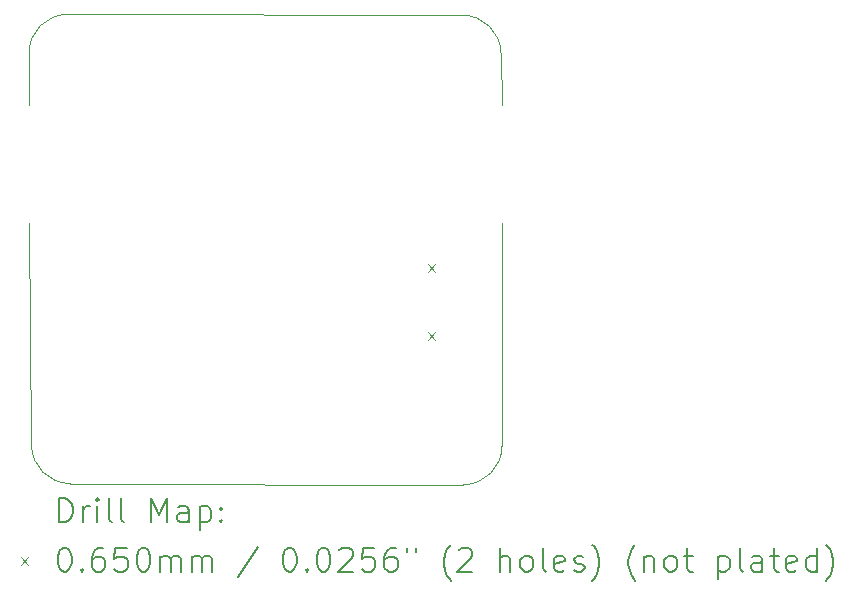
<source format=gbr>
%TF.GenerationSoftware,KiCad,Pcbnew,7.0.5-0*%
%TF.CreationDate,2023-07-12T10:20:29-04:00*%
%TF.ProjectId,stm32g431-mt6701-stspin233,73746d33-3267-4343-9331-2d6d74363730,rev?*%
%TF.SameCoordinates,Original*%
%TF.FileFunction,Drillmap*%
%TF.FilePolarity,Positive*%
%FSLAX45Y45*%
G04 Gerber Fmt 4.5, Leading zero omitted, Abs format (unit mm)*
G04 Created by KiCad (PCBNEW 7.0.5-0) date 2023-07-12 10:20:29*
%MOMM*%
%LPD*%
G01*
G04 APERTURE LIST*
%ADD10C,0.100000*%
%ADD11C,0.200000*%
%ADD12C,0.065000*%
G04 APERTURE END LIST*
D10*
X10850687Y-8380034D02*
G75*
G03*
X11180699Y-8707534I327513J4D01*
G01*
X14507534Y-8716811D02*
X11180699Y-8707534D01*
X14826813Y-5069966D02*
G75*
G03*
X14496801Y-4742466I-327513J-4D01*
G01*
X10830000Y-5065000D02*
X10832514Y-5500000D01*
X11157500Y-4734991D02*
X14496801Y-4742466D01*
X14826811Y-5069966D02*
X14832486Y-5500000D01*
X11157500Y-4734991D02*
G75*
G03*
X10830000Y-5065000I0J-327510D01*
G01*
X14832486Y-6500000D02*
X14835034Y-8386801D01*
X10850689Y-8380034D02*
X10832514Y-6500000D01*
X14507534Y-8716813D02*
G75*
G03*
X14835034Y-8386801I-4J327513D01*
G01*
D11*
D12*
X14205000Y-6848500D02*
X14270000Y-6913500D01*
X14270000Y-6848500D02*
X14205000Y-6913500D01*
X14205000Y-7426500D02*
X14270000Y-7491500D01*
X14270000Y-7426500D02*
X14205000Y-7491500D01*
D11*
X11085767Y-9033295D02*
X11085767Y-8833295D01*
X11085767Y-8833295D02*
X11133386Y-8833295D01*
X11133386Y-8833295D02*
X11161958Y-8842819D01*
X11161958Y-8842819D02*
X11181005Y-8861866D01*
X11181005Y-8861866D02*
X11190529Y-8880914D01*
X11190529Y-8880914D02*
X11200053Y-8919009D01*
X11200053Y-8919009D02*
X11200053Y-8947580D01*
X11200053Y-8947580D02*
X11190529Y-8985676D01*
X11190529Y-8985676D02*
X11181005Y-9004723D01*
X11181005Y-9004723D02*
X11161958Y-9023771D01*
X11161958Y-9023771D02*
X11133386Y-9033295D01*
X11133386Y-9033295D02*
X11085767Y-9033295D01*
X11285767Y-9033295D02*
X11285767Y-8899961D01*
X11285767Y-8938057D02*
X11295291Y-8919009D01*
X11295291Y-8919009D02*
X11304815Y-8909485D01*
X11304815Y-8909485D02*
X11323862Y-8899961D01*
X11323862Y-8899961D02*
X11342910Y-8899961D01*
X11409577Y-9033295D02*
X11409577Y-8899961D01*
X11409577Y-8833295D02*
X11400053Y-8842819D01*
X11400053Y-8842819D02*
X11409577Y-8852342D01*
X11409577Y-8852342D02*
X11419101Y-8842819D01*
X11419101Y-8842819D02*
X11409577Y-8833295D01*
X11409577Y-8833295D02*
X11409577Y-8852342D01*
X11533386Y-9033295D02*
X11514339Y-9023771D01*
X11514339Y-9023771D02*
X11504815Y-9004723D01*
X11504815Y-9004723D02*
X11504815Y-8833295D01*
X11638148Y-9033295D02*
X11619101Y-9023771D01*
X11619101Y-9023771D02*
X11609577Y-9004723D01*
X11609577Y-9004723D02*
X11609577Y-8833295D01*
X11866720Y-9033295D02*
X11866720Y-8833295D01*
X11866720Y-8833295D02*
X11933386Y-8976152D01*
X11933386Y-8976152D02*
X12000053Y-8833295D01*
X12000053Y-8833295D02*
X12000053Y-9033295D01*
X12181005Y-9033295D02*
X12181005Y-8928533D01*
X12181005Y-8928533D02*
X12171482Y-8909485D01*
X12171482Y-8909485D02*
X12152434Y-8899961D01*
X12152434Y-8899961D02*
X12114339Y-8899961D01*
X12114339Y-8899961D02*
X12095291Y-8909485D01*
X12181005Y-9023771D02*
X12161958Y-9033295D01*
X12161958Y-9033295D02*
X12114339Y-9033295D01*
X12114339Y-9033295D02*
X12095291Y-9023771D01*
X12095291Y-9023771D02*
X12085767Y-9004723D01*
X12085767Y-9004723D02*
X12085767Y-8985676D01*
X12085767Y-8985676D02*
X12095291Y-8966628D01*
X12095291Y-8966628D02*
X12114339Y-8957104D01*
X12114339Y-8957104D02*
X12161958Y-8957104D01*
X12161958Y-8957104D02*
X12181005Y-8947580D01*
X12276243Y-8899961D02*
X12276243Y-9099961D01*
X12276243Y-8909485D02*
X12295291Y-8899961D01*
X12295291Y-8899961D02*
X12333386Y-8899961D01*
X12333386Y-8899961D02*
X12352434Y-8909485D01*
X12352434Y-8909485D02*
X12361958Y-8919009D01*
X12361958Y-8919009D02*
X12371482Y-8938057D01*
X12371482Y-8938057D02*
X12371482Y-8995199D01*
X12371482Y-8995199D02*
X12361958Y-9014247D01*
X12361958Y-9014247D02*
X12352434Y-9023771D01*
X12352434Y-9023771D02*
X12333386Y-9033295D01*
X12333386Y-9033295D02*
X12295291Y-9033295D01*
X12295291Y-9033295D02*
X12276243Y-9023771D01*
X12457196Y-9014247D02*
X12466720Y-9023771D01*
X12466720Y-9023771D02*
X12457196Y-9033295D01*
X12457196Y-9033295D02*
X12447672Y-9023771D01*
X12447672Y-9023771D02*
X12457196Y-9014247D01*
X12457196Y-9014247D02*
X12457196Y-9033295D01*
X12457196Y-8909485D02*
X12466720Y-8919009D01*
X12466720Y-8919009D02*
X12457196Y-8928533D01*
X12457196Y-8928533D02*
X12447672Y-8919009D01*
X12447672Y-8919009D02*
X12457196Y-8909485D01*
X12457196Y-8909485D02*
X12457196Y-8928533D01*
D12*
X10759991Y-9329311D02*
X10824991Y-9394311D01*
X10824991Y-9329311D02*
X10759991Y-9394311D01*
D11*
X11123863Y-9253295D02*
X11142910Y-9253295D01*
X11142910Y-9253295D02*
X11161958Y-9262819D01*
X11161958Y-9262819D02*
X11171482Y-9272342D01*
X11171482Y-9272342D02*
X11181005Y-9291390D01*
X11181005Y-9291390D02*
X11190529Y-9329485D01*
X11190529Y-9329485D02*
X11190529Y-9377104D01*
X11190529Y-9377104D02*
X11181005Y-9415199D01*
X11181005Y-9415199D02*
X11171482Y-9434247D01*
X11171482Y-9434247D02*
X11161958Y-9443771D01*
X11161958Y-9443771D02*
X11142910Y-9453295D01*
X11142910Y-9453295D02*
X11123863Y-9453295D01*
X11123863Y-9453295D02*
X11104815Y-9443771D01*
X11104815Y-9443771D02*
X11095291Y-9434247D01*
X11095291Y-9434247D02*
X11085767Y-9415199D01*
X11085767Y-9415199D02*
X11076244Y-9377104D01*
X11076244Y-9377104D02*
X11076244Y-9329485D01*
X11076244Y-9329485D02*
X11085767Y-9291390D01*
X11085767Y-9291390D02*
X11095291Y-9272342D01*
X11095291Y-9272342D02*
X11104815Y-9262819D01*
X11104815Y-9262819D02*
X11123863Y-9253295D01*
X11276243Y-9434247D02*
X11285767Y-9443771D01*
X11285767Y-9443771D02*
X11276243Y-9453295D01*
X11276243Y-9453295D02*
X11266720Y-9443771D01*
X11266720Y-9443771D02*
X11276243Y-9434247D01*
X11276243Y-9434247D02*
X11276243Y-9453295D01*
X11457196Y-9253295D02*
X11419101Y-9253295D01*
X11419101Y-9253295D02*
X11400053Y-9262819D01*
X11400053Y-9262819D02*
X11390529Y-9272342D01*
X11390529Y-9272342D02*
X11371482Y-9300914D01*
X11371482Y-9300914D02*
X11361958Y-9339009D01*
X11361958Y-9339009D02*
X11361958Y-9415199D01*
X11361958Y-9415199D02*
X11371482Y-9434247D01*
X11371482Y-9434247D02*
X11381005Y-9443771D01*
X11381005Y-9443771D02*
X11400053Y-9453295D01*
X11400053Y-9453295D02*
X11438148Y-9453295D01*
X11438148Y-9453295D02*
X11457196Y-9443771D01*
X11457196Y-9443771D02*
X11466720Y-9434247D01*
X11466720Y-9434247D02*
X11476243Y-9415199D01*
X11476243Y-9415199D02*
X11476243Y-9367580D01*
X11476243Y-9367580D02*
X11466720Y-9348533D01*
X11466720Y-9348533D02*
X11457196Y-9339009D01*
X11457196Y-9339009D02*
X11438148Y-9329485D01*
X11438148Y-9329485D02*
X11400053Y-9329485D01*
X11400053Y-9329485D02*
X11381005Y-9339009D01*
X11381005Y-9339009D02*
X11371482Y-9348533D01*
X11371482Y-9348533D02*
X11361958Y-9367580D01*
X11657196Y-9253295D02*
X11561958Y-9253295D01*
X11561958Y-9253295D02*
X11552434Y-9348533D01*
X11552434Y-9348533D02*
X11561958Y-9339009D01*
X11561958Y-9339009D02*
X11581005Y-9329485D01*
X11581005Y-9329485D02*
X11628624Y-9329485D01*
X11628624Y-9329485D02*
X11647672Y-9339009D01*
X11647672Y-9339009D02*
X11657196Y-9348533D01*
X11657196Y-9348533D02*
X11666720Y-9367580D01*
X11666720Y-9367580D02*
X11666720Y-9415199D01*
X11666720Y-9415199D02*
X11657196Y-9434247D01*
X11657196Y-9434247D02*
X11647672Y-9443771D01*
X11647672Y-9443771D02*
X11628624Y-9453295D01*
X11628624Y-9453295D02*
X11581005Y-9453295D01*
X11581005Y-9453295D02*
X11561958Y-9443771D01*
X11561958Y-9443771D02*
X11552434Y-9434247D01*
X11790529Y-9253295D02*
X11809577Y-9253295D01*
X11809577Y-9253295D02*
X11828624Y-9262819D01*
X11828624Y-9262819D02*
X11838148Y-9272342D01*
X11838148Y-9272342D02*
X11847672Y-9291390D01*
X11847672Y-9291390D02*
X11857196Y-9329485D01*
X11857196Y-9329485D02*
X11857196Y-9377104D01*
X11857196Y-9377104D02*
X11847672Y-9415199D01*
X11847672Y-9415199D02*
X11838148Y-9434247D01*
X11838148Y-9434247D02*
X11828624Y-9443771D01*
X11828624Y-9443771D02*
X11809577Y-9453295D01*
X11809577Y-9453295D02*
X11790529Y-9453295D01*
X11790529Y-9453295D02*
X11771482Y-9443771D01*
X11771482Y-9443771D02*
X11761958Y-9434247D01*
X11761958Y-9434247D02*
X11752434Y-9415199D01*
X11752434Y-9415199D02*
X11742910Y-9377104D01*
X11742910Y-9377104D02*
X11742910Y-9329485D01*
X11742910Y-9329485D02*
X11752434Y-9291390D01*
X11752434Y-9291390D02*
X11761958Y-9272342D01*
X11761958Y-9272342D02*
X11771482Y-9262819D01*
X11771482Y-9262819D02*
X11790529Y-9253295D01*
X11942910Y-9453295D02*
X11942910Y-9319961D01*
X11942910Y-9339009D02*
X11952434Y-9329485D01*
X11952434Y-9329485D02*
X11971482Y-9319961D01*
X11971482Y-9319961D02*
X12000053Y-9319961D01*
X12000053Y-9319961D02*
X12019101Y-9329485D01*
X12019101Y-9329485D02*
X12028624Y-9348533D01*
X12028624Y-9348533D02*
X12028624Y-9453295D01*
X12028624Y-9348533D02*
X12038148Y-9329485D01*
X12038148Y-9329485D02*
X12057196Y-9319961D01*
X12057196Y-9319961D02*
X12085767Y-9319961D01*
X12085767Y-9319961D02*
X12104815Y-9329485D01*
X12104815Y-9329485D02*
X12114339Y-9348533D01*
X12114339Y-9348533D02*
X12114339Y-9453295D01*
X12209577Y-9453295D02*
X12209577Y-9319961D01*
X12209577Y-9339009D02*
X12219101Y-9329485D01*
X12219101Y-9329485D02*
X12238148Y-9319961D01*
X12238148Y-9319961D02*
X12266720Y-9319961D01*
X12266720Y-9319961D02*
X12285767Y-9329485D01*
X12285767Y-9329485D02*
X12295291Y-9348533D01*
X12295291Y-9348533D02*
X12295291Y-9453295D01*
X12295291Y-9348533D02*
X12304815Y-9329485D01*
X12304815Y-9329485D02*
X12323863Y-9319961D01*
X12323863Y-9319961D02*
X12352434Y-9319961D01*
X12352434Y-9319961D02*
X12371482Y-9329485D01*
X12371482Y-9329485D02*
X12381005Y-9348533D01*
X12381005Y-9348533D02*
X12381005Y-9453295D01*
X12771482Y-9243771D02*
X12600053Y-9500914D01*
X13028625Y-9253295D02*
X13047672Y-9253295D01*
X13047672Y-9253295D02*
X13066720Y-9262819D01*
X13066720Y-9262819D02*
X13076244Y-9272342D01*
X13076244Y-9272342D02*
X13085767Y-9291390D01*
X13085767Y-9291390D02*
X13095291Y-9329485D01*
X13095291Y-9329485D02*
X13095291Y-9377104D01*
X13095291Y-9377104D02*
X13085767Y-9415199D01*
X13085767Y-9415199D02*
X13076244Y-9434247D01*
X13076244Y-9434247D02*
X13066720Y-9443771D01*
X13066720Y-9443771D02*
X13047672Y-9453295D01*
X13047672Y-9453295D02*
X13028625Y-9453295D01*
X13028625Y-9453295D02*
X13009577Y-9443771D01*
X13009577Y-9443771D02*
X13000053Y-9434247D01*
X13000053Y-9434247D02*
X12990529Y-9415199D01*
X12990529Y-9415199D02*
X12981006Y-9377104D01*
X12981006Y-9377104D02*
X12981006Y-9329485D01*
X12981006Y-9329485D02*
X12990529Y-9291390D01*
X12990529Y-9291390D02*
X13000053Y-9272342D01*
X13000053Y-9272342D02*
X13009577Y-9262819D01*
X13009577Y-9262819D02*
X13028625Y-9253295D01*
X13181006Y-9434247D02*
X13190529Y-9443771D01*
X13190529Y-9443771D02*
X13181006Y-9453295D01*
X13181006Y-9453295D02*
X13171482Y-9443771D01*
X13171482Y-9443771D02*
X13181006Y-9434247D01*
X13181006Y-9434247D02*
X13181006Y-9453295D01*
X13314339Y-9253295D02*
X13333387Y-9253295D01*
X13333387Y-9253295D02*
X13352434Y-9262819D01*
X13352434Y-9262819D02*
X13361958Y-9272342D01*
X13361958Y-9272342D02*
X13371482Y-9291390D01*
X13371482Y-9291390D02*
X13381006Y-9329485D01*
X13381006Y-9329485D02*
X13381006Y-9377104D01*
X13381006Y-9377104D02*
X13371482Y-9415199D01*
X13371482Y-9415199D02*
X13361958Y-9434247D01*
X13361958Y-9434247D02*
X13352434Y-9443771D01*
X13352434Y-9443771D02*
X13333387Y-9453295D01*
X13333387Y-9453295D02*
X13314339Y-9453295D01*
X13314339Y-9453295D02*
X13295291Y-9443771D01*
X13295291Y-9443771D02*
X13285767Y-9434247D01*
X13285767Y-9434247D02*
X13276244Y-9415199D01*
X13276244Y-9415199D02*
X13266720Y-9377104D01*
X13266720Y-9377104D02*
X13266720Y-9329485D01*
X13266720Y-9329485D02*
X13276244Y-9291390D01*
X13276244Y-9291390D02*
X13285767Y-9272342D01*
X13285767Y-9272342D02*
X13295291Y-9262819D01*
X13295291Y-9262819D02*
X13314339Y-9253295D01*
X13457196Y-9272342D02*
X13466720Y-9262819D01*
X13466720Y-9262819D02*
X13485767Y-9253295D01*
X13485767Y-9253295D02*
X13533387Y-9253295D01*
X13533387Y-9253295D02*
X13552434Y-9262819D01*
X13552434Y-9262819D02*
X13561958Y-9272342D01*
X13561958Y-9272342D02*
X13571482Y-9291390D01*
X13571482Y-9291390D02*
X13571482Y-9310438D01*
X13571482Y-9310438D02*
X13561958Y-9339009D01*
X13561958Y-9339009D02*
X13447672Y-9453295D01*
X13447672Y-9453295D02*
X13571482Y-9453295D01*
X13752434Y-9253295D02*
X13657196Y-9253295D01*
X13657196Y-9253295D02*
X13647672Y-9348533D01*
X13647672Y-9348533D02*
X13657196Y-9339009D01*
X13657196Y-9339009D02*
X13676244Y-9329485D01*
X13676244Y-9329485D02*
X13723863Y-9329485D01*
X13723863Y-9329485D02*
X13742910Y-9339009D01*
X13742910Y-9339009D02*
X13752434Y-9348533D01*
X13752434Y-9348533D02*
X13761958Y-9367580D01*
X13761958Y-9367580D02*
X13761958Y-9415199D01*
X13761958Y-9415199D02*
X13752434Y-9434247D01*
X13752434Y-9434247D02*
X13742910Y-9443771D01*
X13742910Y-9443771D02*
X13723863Y-9453295D01*
X13723863Y-9453295D02*
X13676244Y-9453295D01*
X13676244Y-9453295D02*
X13657196Y-9443771D01*
X13657196Y-9443771D02*
X13647672Y-9434247D01*
X13933387Y-9253295D02*
X13895291Y-9253295D01*
X13895291Y-9253295D02*
X13876244Y-9262819D01*
X13876244Y-9262819D02*
X13866720Y-9272342D01*
X13866720Y-9272342D02*
X13847672Y-9300914D01*
X13847672Y-9300914D02*
X13838148Y-9339009D01*
X13838148Y-9339009D02*
X13838148Y-9415199D01*
X13838148Y-9415199D02*
X13847672Y-9434247D01*
X13847672Y-9434247D02*
X13857196Y-9443771D01*
X13857196Y-9443771D02*
X13876244Y-9453295D01*
X13876244Y-9453295D02*
X13914339Y-9453295D01*
X13914339Y-9453295D02*
X13933387Y-9443771D01*
X13933387Y-9443771D02*
X13942910Y-9434247D01*
X13942910Y-9434247D02*
X13952434Y-9415199D01*
X13952434Y-9415199D02*
X13952434Y-9367580D01*
X13952434Y-9367580D02*
X13942910Y-9348533D01*
X13942910Y-9348533D02*
X13933387Y-9339009D01*
X13933387Y-9339009D02*
X13914339Y-9329485D01*
X13914339Y-9329485D02*
X13876244Y-9329485D01*
X13876244Y-9329485D02*
X13857196Y-9339009D01*
X13857196Y-9339009D02*
X13847672Y-9348533D01*
X13847672Y-9348533D02*
X13838148Y-9367580D01*
X14028625Y-9253295D02*
X14028625Y-9291390D01*
X14104815Y-9253295D02*
X14104815Y-9291390D01*
X14400053Y-9529485D02*
X14390529Y-9519961D01*
X14390529Y-9519961D02*
X14371482Y-9491390D01*
X14371482Y-9491390D02*
X14361958Y-9472342D01*
X14361958Y-9472342D02*
X14352434Y-9443771D01*
X14352434Y-9443771D02*
X14342910Y-9396152D01*
X14342910Y-9396152D02*
X14342910Y-9358057D01*
X14342910Y-9358057D02*
X14352434Y-9310438D01*
X14352434Y-9310438D02*
X14361958Y-9281866D01*
X14361958Y-9281866D02*
X14371482Y-9262819D01*
X14371482Y-9262819D02*
X14390529Y-9234247D01*
X14390529Y-9234247D02*
X14400053Y-9224723D01*
X14466720Y-9272342D02*
X14476244Y-9262819D01*
X14476244Y-9262819D02*
X14495291Y-9253295D01*
X14495291Y-9253295D02*
X14542910Y-9253295D01*
X14542910Y-9253295D02*
X14561958Y-9262819D01*
X14561958Y-9262819D02*
X14571482Y-9272342D01*
X14571482Y-9272342D02*
X14581006Y-9291390D01*
X14581006Y-9291390D02*
X14581006Y-9310438D01*
X14581006Y-9310438D02*
X14571482Y-9339009D01*
X14571482Y-9339009D02*
X14457196Y-9453295D01*
X14457196Y-9453295D02*
X14581006Y-9453295D01*
X14819101Y-9453295D02*
X14819101Y-9253295D01*
X14904815Y-9453295D02*
X14904815Y-9348533D01*
X14904815Y-9348533D02*
X14895291Y-9329485D01*
X14895291Y-9329485D02*
X14876244Y-9319961D01*
X14876244Y-9319961D02*
X14847672Y-9319961D01*
X14847672Y-9319961D02*
X14828625Y-9329485D01*
X14828625Y-9329485D02*
X14819101Y-9339009D01*
X15028625Y-9453295D02*
X15009577Y-9443771D01*
X15009577Y-9443771D02*
X15000053Y-9434247D01*
X15000053Y-9434247D02*
X14990530Y-9415199D01*
X14990530Y-9415199D02*
X14990530Y-9358057D01*
X14990530Y-9358057D02*
X15000053Y-9339009D01*
X15000053Y-9339009D02*
X15009577Y-9329485D01*
X15009577Y-9329485D02*
X15028625Y-9319961D01*
X15028625Y-9319961D02*
X15057196Y-9319961D01*
X15057196Y-9319961D02*
X15076244Y-9329485D01*
X15076244Y-9329485D02*
X15085768Y-9339009D01*
X15085768Y-9339009D02*
X15095291Y-9358057D01*
X15095291Y-9358057D02*
X15095291Y-9415199D01*
X15095291Y-9415199D02*
X15085768Y-9434247D01*
X15085768Y-9434247D02*
X15076244Y-9443771D01*
X15076244Y-9443771D02*
X15057196Y-9453295D01*
X15057196Y-9453295D02*
X15028625Y-9453295D01*
X15209577Y-9453295D02*
X15190530Y-9443771D01*
X15190530Y-9443771D02*
X15181006Y-9424723D01*
X15181006Y-9424723D02*
X15181006Y-9253295D01*
X15361958Y-9443771D02*
X15342911Y-9453295D01*
X15342911Y-9453295D02*
X15304815Y-9453295D01*
X15304815Y-9453295D02*
X15285768Y-9443771D01*
X15285768Y-9443771D02*
X15276244Y-9424723D01*
X15276244Y-9424723D02*
X15276244Y-9348533D01*
X15276244Y-9348533D02*
X15285768Y-9329485D01*
X15285768Y-9329485D02*
X15304815Y-9319961D01*
X15304815Y-9319961D02*
X15342911Y-9319961D01*
X15342911Y-9319961D02*
X15361958Y-9329485D01*
X15361958Y-9329485D02*
X15371482Y-9348533D01*
X15371482Y-9348533D02*
X15371482Y-9367580D01*
X15371482Y-9367580D02*
X15276244Y-9386628D01*
X15447672Y-9443771D02*
X15466720Y-9453295D01*
X15466720Y-9453295D02*
X15504815Y-9453295D01*
X15504815Y-9453295D02*
X15523863Y-9443771D01*
X15523863Y-9443771D02*
X15533387Y-9424723D01*
X15533387Y-9424723D02*
X15533387Y-9415199D01*
X15533387Y-9415199D02*
X15523863Y-9396152D01*
X15523863Y-9396152D02*
X15504815Y-9386628D01*
X15504815Y-9386628D02*
X15476244Y-9386628D01*
X15476244Y-9386628D02*
X15457196Y-9377104D01*
X15457196Y-9377104D02*
X15447672Y-9358057D01*
X15447672Y-9358057D02*
X15447672Y-9348533D01*
X15447672Y-9348533D02*
X15457196Y-9329485D01*
X15457196Y-9329485D02*
X15476244Y-9319961D01*
X15476244Y-9319961D02*
X15504815Y-9319961D01*
X15504815Y-9319961D02*
X15523863Y-9329485D01*
X15600053Y-9529485D02*
X15609577Y-9519961D01*
X15609577Y-9519961D02*
X15628625Y-9491390D01*
X15628625Y-9491390D02*
X15638149Y-9472342D01*
X15638149Y-9472342D02*
X15647672Y-9443771D01*
X15647672Y-9443771D02*
X15657196Y-9396152D01*
X15657196Y-9396152D02*
X15657196Y-9358057D01*
X15657196Y-9358057D02*
X15647672Y-9310438D01*
X15647672Y-9310438D02*
X15638149Y-9281866D01*
X15638149Y-9281866D02*
X15628625Y-9262819D01*
X15628625Y-9262819D02*
X15609577Y-9234247D01*
X15609577Y-9234247D02*
X15600053Y-9224723D01*
X15961958Y-9529485D02*
X15952434Y-9519961D01*
X15952434Y-9519961D02*
X15933387Y-9491390D01*
X15933387Y-9491390D02*
X15923863Y-9472342D01*
X15923863Y-9472342D02*
X15914339Y-9443771D01*
X15914339Y-9443771D02*
X15904815Y-9396152D01*
X15904815Y-9396152D02*
X15904815Y-9358057D01*
X15904815Y-9358057D02*
X15914339Y-9310438D01*
X15914339Y-9310438D02*
X15923863Y-9281866D01*
X15923863Y-9281866D02*
X15933387Y-9262819D01*
X15933387Y-9262819D02*
X15952434Y-9234247D01*
X15952434Y-9234247D02*
X15961958Y-9224723D01*
X16038149Y-9319961D02*
X16038149Y-9453295D01*
X16038149Y-9339009D02*
X16047672Y-9329485D01*
X16047672Y-9329485D02*
X16066720Y-9319961D01*
X16066720Y-9319961D02*
X16095292Y-9319961D01*
X16095292Y-9319961D02*
X16114339Y-9329485D01*
X16114339Y-9329485D02*
X16123863Y-9348533D01*
X16123863Y-9348533D02*
X16123863Y-9453295D01*
X16247672Y-9453295D02*
X16228625Y-9443771D01*
X16228625Y-9443771D02*
X16219101Y-9434247D01*
X16219101Y-9434247D02*
X16209577Y-9415199D01*
X16209577Y-9415199D02*
X16209577Y-9358057D01*
X16209577Y-9358057D02*
X16219101Y-9339009D01*
X16219101Y-9339009D02*
X16228625Y-9329485D01*
X16228625Y-9329485D02*
X16247672Y-9319961D01*
X16247672Y-9319961D02*
X16276244Y-9319961D01*
X16276244Y-9319961D02*
X16295292Y-9329485D01*
X16295292Y-9329485D02*
X16304815Y-9339009D01*
X16304815Y-9339009D02*
X16314339Y-9358057D01*
X16314339Y-9358057D02*
X16314339Y-9415199D01*
X16314339Y-9415199D02*
X16304815Y-9434247D01*
X16304815Y-9434247D02*
X16295292Y-9443771D01*
X16295292Y-9443771D02*
X16276244Y-9453295D01*
X16276244Y-9453295D02*
X16247672Y-9453295D01*
X16371482Y-9319961D02*
X16447672Y-9319961D01*
X16400053Y-9253295D02*
X16400053Y-9424723D01*
X16400053Y-9424723D02*
X16409577Y-9443771D01*
X16409577Y-9443771D02*
X16428625Y-9453295D01*
X16428625Y-9453295D02*
X16447672Y-9453295D01*
X16666720Y-9319961D02*
X16666720Y-9519961D01*
X16666720Y-9329485D02*
X16685768Y-9319961D01*
X16685768Y-9319961D02*
X16723863Y-9319961D01*
X16723863Y-9319961D02*
X16742911Y-9329485D01*
X16742911Y-9329485D02*
X16752434Y-9339009D01*
X16752434Y-9339009D02*
X16761958Y-9358057D01*
X16761958Y-9358057D02*
X16761958Y-9415199D01*
X16761958Y-9415199D02*
X16752434Y-9434247D01*
X16752434Y-9434247D02*
X16742911Y-9443771D01*
X16742911Y-9443771D02*
X16723863Y-9453295D01*
X16723863Y-9453295D02*
X16685768Y-9453295D01*
X16685768Y-9453295D02*
X16666720Y-9443771D01*
X16876244Y-9453295D02*
X16857196Y-9443771D01*
X16857196Y-9443771D02*
X16847673Y-9424723D01*
X16847673Y-9424723D02*
X16847673Y-9253295D01*
X17038149Y-9453295D02*
X17038149Y-9348533D01*
X17038149Y-9348533D02*
X17028625Y-9329485D01*
X17028625Y-9329485D02*
X17009577Y-9319961D01*
X17009577Y-9319961D02*
X16971482Y-9319961D01*
X16971482Y-9319961D02*
X16952435Y-9329485D01*
X17038149Y-9443771D02*
X17019101Y-9453295D01*
X17019101Y-9453295D02*
X16971482Y-9453295D01*
X16971482Y-9453295D02*
X16952435Y-9443771D01*
X16952435Y-9443771D02*
X16942911Y-9424723D01*
X16942911Y-9424723D02*
X16942911Y-9405676D01*
X16942911Y-9405676D02*
X16952435Y-9386628D01*
X16952435Y-9386628D02*
X16971482Y-9377104D01*
X16971482Y-9377104D02*
X17019101Y-9377104D01*
X17019101Y-9377104D02*
X17038149Y-9367580D01*
X17104816Y-9319961D02*
X17181006Y-9319961D01*
X17133387Y-9253295D02*
X17133387Y-9424723D01*
X17133387Y-9424723D02*
X17142911Y-9443771D01*
X17142911Y-9443771D02*
X17161958Y-9453295D01*
X17161958Y-9453295D02*
X17181006Y-9453295D01*
X17323863Y-9443771D02*
X17304816Y-9453295D01*
X17304816Y-9453295D02*
X17266720Y-9453295D01*
X17266720Y-9453295D02*
X17247673Y-9443771D01*
X17247673Y-9443771D02*
X17238149Y-9424723D01*
X17238149Y-9424723D02*
X17238149Y-9348533D01*
X17238149Y-9348533D02*
X17247673Y-9329485D01*
X17247673Y-9329485D02*
X17266720Y-9319961D01*
X17266720Y-9319961D02*
X17304816Y-9319961D01*
X17304816Y-9319961D02*
X17323863Y-9329485D01*
X17323863Y-9329485D02*
X17333387Y-9348533D01*
X17333387Y-9348533D02*
X17333387Y-9367580D01*
X17333387Y-9367580D02*
X17238149Y-9386628D01*
X17504816Y-9453295D02*
X17504816Y-9253295D01*
X17504816Y-9443771D02*
X17485768Y-9453295D01*
X17485768Y-9453295D02*
X17447673Y-9453295D01*
X17447673Y-9453295D02*
X17428625Y-9443771D01*
X17428625Y-9443771D02*
X17419101Y-9434247D01*
X17419101Y-9434247D02*
X17409577Y-9415199D01*
X17409577Y-9415199D02*
X17409577Y-9358057D01*
X17409577Y-9358057D02*
X17419101Y-9339009D01*
X17419101Y-9339009D02*
X17428625Y-9329485D01*
X17428625Y-9329485D02*
X17447673Y-9319961D01*
X17447673Y-9319961D02*
X17485768Y-9319961D01*
X17485768Y-9319961D02*
X17504816Y-9329485D01*
X17581006Y-9529485D02*
X17590530Y-9519961D01*
X17590530Y-9519961D02*
X17609577Y-9491390D01*
X17609577Y-9491390D02*
X17619101Y-9472342D01*
X17619101Y-9472342D02*
X17628625Y-9443771D01*
X17628625Y-9443771D02*
X17638149Y-9396152D01*
X17638149Y-9396152D02*
X17638149Y-9358057D01*
X17638149Y-9358057D02*
X17628625Y-9310438D01*
X17628625Y-9310438D02*
X17619101Y-9281866D01*
X17619101Y-9281866D02*
X17609577Y-9262819D01*
X17609577Y-9262819D02*
X17590530Y-9234247D01*
X17590530Y-9234247D02*
X17581006Y-9224723D01*
M02*

</source>
